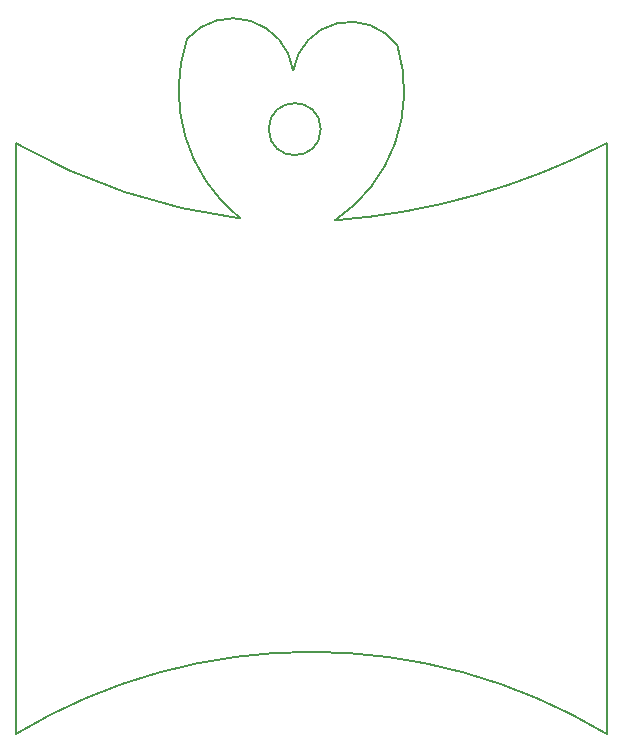
<source format=gm1>
%TF.GenerationSoftware,KiCad,Pcbnew,8.0.6*%
%TF.CreationDate,2024-12-09T18:11:45+01:00*%
%TF.ProjectId,Xmas,586d6173-2e6b-4696-9361-645f70636258,rev?*%
%TF.SameCoordinates,Original*%
%TF.FileFunction,Profile,NP*%
%FSLAX46Y46*%
G04 Gerber Fmt 4.6, Leading zero omitted, Abs format (unit mm)*
G04 Created by KiCad (PCBNEW 8.0.6) date 2024-12-09 18:11:45*
%MOMM*%
%LPD*%
G01*
G04 APERTURE LIST*
%TA.AperFunction,Profile*%
%ADD10C,0.200000*%
%TD*%
G04 APERTURE END LIST*
D10*
X123465836Y-63853887D02*
G75*
G02*
X132300001Y-61749998I4847964J-757313D01*
G01*
X132299998Y-61750000D02*
G75*
G02*
X127000003Y-76516091I-12611728J-3807480D01*
G01*
X119000000Y-76365210D02*
G75*
G02*
X114491725Y-61136270I8596800J10826710D01*
G01*
X150000000Y-70000000D02*
X150000000Y-120000000D01*
X150000000Y-70000000D02*
G75*
G02*
X127000001Y-76516097I-27611800J53612100D01*
G01*
X125800000Y-68800000D02*
G75*
G02*
X121400000Y-68800000I-2200000J0D01*
G01*
X121400000Y-68800000D02*
G75*
G02*
X125800000Y-68800000I2200000J0D01*
G01*
X100000000Y-120000000D02*
G75*
G02*
X150000000Y-120000000I25000000J-41518053D01*
G01*
X114500954Y-61136266D02*
G75*
G02*
X123465830Y-63857924I3853086J-3433854D01*
G01*
X119000000Y-76365210D02*
G75*
G02*
X99999998Y-70000004I6476800J50873010D01*
G01*
X100000000Y-70000000D02*
X100000000Y-120000000D01*
M02*

</source>
